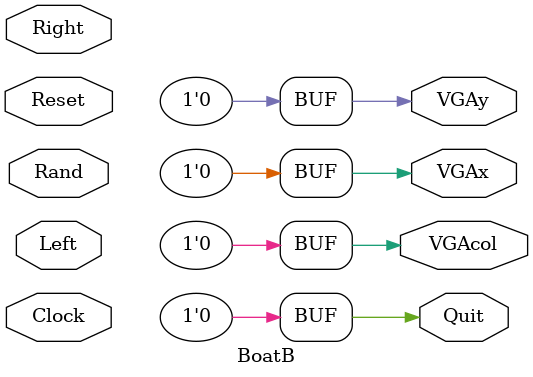
<source format=v>
module BoatB(Left, Right, Reset, Rand, Clock, VGAx, VGAy, VGAcol, Quit);
	input Left;
	input Right;
	input Reset;
	input [15:0]Rand;
	input Clock;
	
	output VGAx;
	output VGAy;
	output VGAcol;
	output Quit;
	
	reg [21:0]ticks;
	reg [2:0]frames;
	
	parameter tperf = 22'd2; //3.125*10^6 ticks per frame - 2 ticks per frame while testing
	parameter fperb = 4'b1000; //8 frames per beat
	
	reg [2:0]position; //000:left; 001-100:centre; 101:right
	reg [1:0]direction; //0x:no movement; 10: right; 11: left
	reg [5:0]flcrew; //LSB: deck; MSB: water
	reg [5:0]mlcrew; //LSB: deck; MSB: water
	reg [5:0]mrcrew; //LSB: deck; MSB: water
	reg [5:0]frcrew; //LSB: deck; MSB: water
	reg [2:0]corpses;
	reg [2:0]volume; //crew in boat;
	
	reg [9:0]score;
	reg [1:0]lives; //lives used
	
	always @ (posedge Clock) begin
		if (Reset) begin
			ticks = 0;
			frames = 0;
			position = 1;
			direction = 0;
			flcrew = 0;
			mlcrew = 0;
			mrcrew = 0;
			frcrew = 0;
			corpses = 0;
			volume = 0;
			score = 0;
			lives = 0;
		end else begin
			ticks = ticks + 1;
			if (ticks == tperf) begin //every frame
				ticks = 0;
				frames = frames + 1;
				if (direction[1]) begin //if input
					if (direction[0] && |position) begin //if left and position != 00
						position = position - 1; //move left
					end else if (~direction[0] && position != 3'b101) begin //if right and position !=10
						position = position + 1; //move right
					end
					direction = 2'b00;
				end
				if (~|position || position != 3'b101) begin //empty boat and score
					score = score + volume;
					volume = 0;
				end
			end
			if (frames == fperb) begin //every beat
				frames = 0;
				corpses = 3'b000;
				if (flcrew[5]) begin //if crew about to fall in water
					if (position == 3'b001 && ~volume[2]) begin //if boat under crew && has room
						volume = volume + 1;
					end else begin
						lives = lives + 1;
						corpses = 3'b100;
					end
				end else if (mlcrew[5]) begin
					if (position == 3'b010 && ~volume[2]) begin
						volume = volume + 1;
					end else begin
						lives = lives + 1;
						corpses = 3'b101;
					end
				end else if (mrcrew[5]) begin
					if (position == 3'b011 && ~volume[2]) begin
						volume = volume + 1;
					end else begin
						lives = lives + 1;
						corpses = 3'b110;
					end
				end else if (frcrew[5]) begin
					if (position == 3'b100 && ~volume[2]) begin
						volume = volume + 1;
					end else begin
						lives = lives + 1;
						corpses = 3'b111;
					end
				end
				flcrew = flcrew << 1; //move crew
				mlcrew = mlcrew << 1;
				mrcrew = mrcrew << 1;
				frcrew = frcrew << 1;
				case (Rand%4) //add crew
					0: flcrew[0] = 1;
					1: mlcrew[0] = 1;
					2: mrcrew[0] = 1;
					3: frcrew[0] = 1;
				endcase
			end //(frames == fperb)
			if (Left && ~Right) begin
				direction = 2'b11;
			end else if (Right && ~Left) begin
				direction = 2'b10;
			end
		end
	end //always @ (posedge Clock)
	
	assign VGAx = 0;
	assign VGAy = 0;
	assign VGAcol = 0;
	assign Quit = 0;
endmodule

</source>
